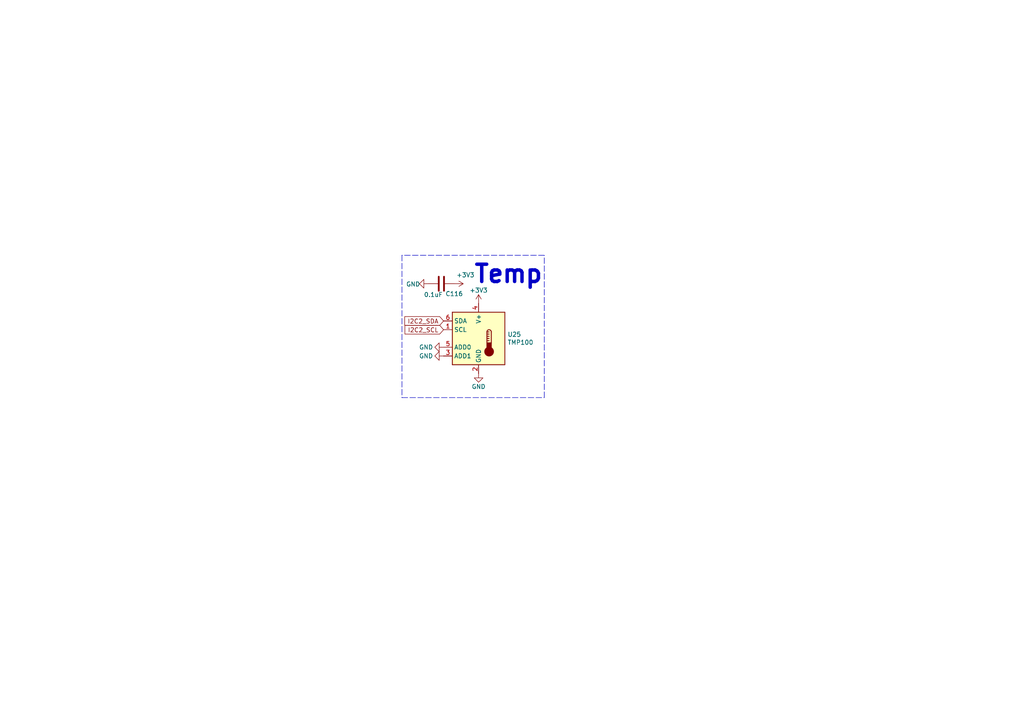
<source format=kicad_sch>
(kicad_sch (version 20211123) (generator eeschema)
  (paper "A4")
  (lib_symbols
    (symbol "Device:C" (pin_numbers hide) (pin_names (offset 0.254))
      (property "Reference" "C" (at 0.635 2.54 0))
      (property "Value" "C" (at 0.635 -2.54 0))
      (symbol "C_0_1"
        (polyline (pts (xy -2.032 -0.762) (xy 2.032 -0.762)) (stroke (width 0.508)))
        (polyline (pts (xy -2.032 0.762) (xy 2.032 0.762)) (stroke (width 0.508)))
      )
      (symbol "C_1_1"
        (pin passive line (at 0 3.81 270) (length 2.794) (name "~") (number "1"))
        (pin passive line (at 0 -3.81 90) (length 2.794) (name "~") (number "2"))
      )
    )
    (symbol "Sensor_Temperature:TMP100"
      (property "Reference" "U" (at 10.16 6.35 0))
      (property "Value" "TMP100" (at 12.7 3.81 0))
      (symbol "TMP100_0_1"
        (rectangle (start -7.62 7.62) (end 7.62 -7.62) (stroke (width 0.254)) (fill (type background)))
      )
      (symbol "TMP100_1_1"
        (polyline (pts (xy 2.413 -0.635) (xy 3.048 -0.635)) (stroke (width 0.254)))
        (polyline (pts (xy 2.413 0) (xy 3.048 0)) (stroke (width 0.254)))
        (polyline (pts (xy 2.413 0.635) (xy 3.048 0.635)) (stroke (width 0.254)))
        (polyline (pts (xy 2.413 1.27) (xy 3.048 1.27)) (stroke (width 0.254)))
        (polyline (pts (xy 2.413 1.905) (xy 2.413 -1.27)) (stroke (width 0.254)))
        (polyline (pts (xy 2.413 1.905) (xy 3.048 1.905)) (stroke (width 0.254)))
        (polyline (pts (xy 3.683 1.905) (xy 3.683 -1.27)) (stroke (width 0.254)))
        (circle (center 3.048 -3.81) (radius 1.27) (stroke (width 0.254)) (fill (type outline)))
        (rectangle (start 3.683 -3.175) (end 2.413 -1.27) (stroke (width 0.254)) (fill (type outline)))
        (arc (start 3.683 1.905) (mid 3.048 2.54) (end 2.413 1.905) (stroke (width 0.254)))
        (pin input line (at -10.16 2.54 0) (length 2.54) (name "SCL") (number "1"))
        (pin power_in line (at 0 -10.16 90) (length 2.54) (name "GND") (number "2"))
        (pin input line (at -10.16 -5.08 0) (length 2.54) (name "ADD1") (number "3"))
        (pin power_in line (at 0 10.16 270) (length 2.54) (name "V+") (number "4"))
        (pin input line (at -10.16 -2.54 0) (length 2.54) (name "ADD0") (number "5"))
        (pin bidirectional line (at -10.16 5.08 0) (length 2.54) (name "SDA") (number "6"))
      )
    )
    (symbol "power:+3.3V" (power) (pin_names (offset 0))
      (property "Value" "+3.3V" (at 0 3.556 0))
      (symbol "+3.3V_0_1"
        (polyline (pts (xy -0.762 1.27) (xy 0 2.54)))
        (polyline (pts (xy 0 0) (xy 0 2.54)))
        (polyline (pts (xy 0 2.54) (xy 0.762 1.27)))
      )
      (symbol "+3.3V_1_1"
        (pin power_in line (at 0 0 90) (length 0) hide (name "+3V3") (number "1"))
      )
    )
    (symbol "power:GND" (power) (pin_names (offset 0))
      (property "Value" "GND" (at 0 -3.81 0))
      (symbol "GND_0_1"
        (polyline (pts (xy 0 0) (xy 0 -1.27) (xy 1.27 -1.27) (xy 0 -2.54) (xy -1.27 -1.27) (xy 0 -1.27)))
      )
      (symbol "GND_1_1"
        (pin power_in line (at 0 0 270) (length 0) hide (name "GND") (number "1"))
      )
    )
  )
  (polyline (pts (xy 116.586 74.041) (xy 116.586 115.316)))
  (polyline (pts (xy 116.586 115.316) (xy 157.861 115.316)))
  (polyline (pts (xy 157.861 115.316) (xy 157.861 74.041)))
  (polyline (pts (xy 157.861 74.041) (xy 116.586 74.041)))
  (text "Temp" (at 137.16 82.55 0) (effects (font (size 5.0038 5.0038) (thickness 1.0008) bold) (justify left bottom)))
  (global_label "I2C2_SCL" (shape input) (at 128.651 95.631 180) (property "Intersheet References" "${INTERSHEET_REFS}" (effects hide)))
  (global_label "I2C2_SDA" (shape input) (at 128.651 93.091 180) (property "Intersheet References" "${INTERSHEET_REFS}" (effects hide)))
  (symbol (lib_id "power:GND") (at 128.651 103.251 270) (unit 1)
    (property "Reference" "#PWR0355" (effects hide))
    (property "Value" "GND" (at 123.571 103.251 90))
  )
  (symbol (lib_id "power:+3.3V") (at 138.811 88.011 0) (unit 1)
    (property "Reference" "#PWR0353" (effects hide))
    (property "Value" "+3.3V" (at 138.811 84.201 0))
  )
  (symbol (lib_id "power:GND") (at 128.651 100.711 270) (unit 1)
    (property "Reference" "#PWR0354" (effects hide))
    (property "Value" "GND" (at 123.571 100.711 90))
  )
  (symbol (lib_id "power:GND") (at 124.206 82.296 270) (unit 1)
    (property "Reference" "#PWR0351" (effects hide))
    (property "Value" "GND" (at 119.8118 82.423 90))
  )
  (symbol (lib_id "power:+3.3V") (at 131.826 82.296 270) (unit 1)
    (property "Reference" "#PWR0352" (effects hide))
    (property "Value" "+3.3V" (at 135.001 79.756 90))
  )
  (symbol (lib_id "power:GND") (at 138.811 108.331 0) (unit 1)
    (property "Reference" "#PWR0356" (effects hide))
    (property "Value" "GND" (at 138.811 112.141 0))
  )
  (symbol (lib_id "Device:C") (at 128.016 82.296 270) (unit 1)
    (property "Reference" "C116" (at 129.1844 85.217 90) (effects (justify left)))
    (property "Value" "0.1uF" (at 122.936 85.471 90) (effects (justify left)))
    (property "Footprint" "Capacitor_SMD:C_0603_1608Metric" (effects hide))
  )
  (symbol (lib_id "Sensor_Temperature:TMP100") (at 138.811 98.171 0) (unit 1)
    (property "Reference" "U25" (at 147.193 97.0026 0) (effects (justify left)))
    (property "Value" "TMP100" (at 147.193 99.314 0) (effects (justify left)))
    (property "Footprint" "Package_TO_SOT_SMD:SOT-23-6" (effects hide))
    (property "Datasheet" "http://www.ti.com/lit/gpn/tmp100" (effects hide))
  )
)
</source>
